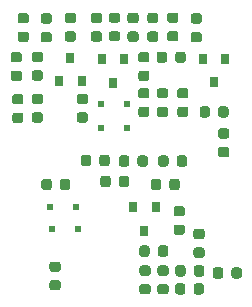
<source format=gbr>
%TF.GenerationSoftware,KiCad,Pcbnew,(5.1.7)-1*%
%TF.CreationDate,2020-11-01T08:55:33-06:00*%
%TF.ProjectId,MuffPiSMT,4d756666-5069-4534-9d54-2e6b69636164,rev?*%
%TF.SameCoordinates,Original*%
%TF.FileFunction,Paste,Top*%
%TF.FilePolarity,Positive*%
%FSLAX46Y46*%
G04 Gerber Fmt 4.6, Leading zero omitted, Abs format (unit mm)*
G04 Created by KiCad (PCBNEW (5.1.7)-1) date 2020-11-01 08:55:33*
%MOMM*%
%LPD*%
G01*
G04 APERTURE LIST*
%ADD10R,0.500000X0.500000*%
%ADD11R,0.800000X0.900000*%
G04 APERTURE END LIST*
%TO.C,C1*%
G36*
G01*
X131468150Y-102864200D02*
X131980650Y-102864200D01*
G75*
G02*
X132199400Y-103082950I0J-218750D01*
G01*
X132199400Y-103520450D01*
G75*
G02*
X131980650Y-103739200I-218750J0D01*
G01*
X131468150Y-103739200D01*
G75*
G02*
X131249400Y-103520450I0J218750D01*
G01*
X131249400Y-103082950D01*
G75*
G02*
X131468150Y-102864200I218750J0D01*
G01*
G37*
G36*
G01*
X131468150Y-104439200D02*
X131980650Y-104439200D01*
G75*
G02*
X132199400Y-104657950I0J-218750D01*
G01*
X132199400Y-105095450D01*
G75*
G02*
X131980650Y-105314200I-218750J0D01*
G01*
X131468150Y-105314200D01*
G75*
G02*
X131249400Y-105095450I0J218750D01*
G01*
X131249400Y-104657950D01*
G75*
G02*
X131468150Y-104439200I218750J0D01*
G01*
G37*
%TD*%
%TO.C,C2*%
G36*
G01*
X133609600Y-104594950D02*
X133609600Y-105107450D01*
G75*
G02*
X133390850Y-105326200I-218750J0D01*
G01*
X132953350Y-105326200D01*
G75*
G02*
X132734600Y-105107450I0J218750D01*
G01*
X132734600Y-104594950D01*
G75*
G02*
X132953350Y-104376200I218750J0D01*
G01*
X133390850Y-104376200D01*
G75*
G02*
X133609600Y-104594950I0J-218750D01*
G01*
G37*
G36*
G01*
X135184600Y-104594950D02*
X135184600Y-105107450D01*
G75*
G02*
X134965850Y-105326200I-218750J0D01*
G01*
X134528350Y-105326200D01*
G75*
G02*
X134309600Y-105107450I0J218750D01*
G01*
X134309600Y-104594950D01*
G75*
G02*
X134528350Y-104376200I218750J0D01*
G01*
X134965850Y-104376200D01*
G75*
G02*
X135184600Y-104594950I0J-218750D01*
G01*
G37*
%TD*%
%TO.C,C3*%
G36*
G01*
X123619550Y-83052300D02*
X124132050Y-83052300D01*
G75*
G02*
X124350800Y-83271050I0J-218750D01*
G01*
X124350800Y-83708550D01*
G75*
G02*
X124132050Y-83927300I-218750J0D01*
G01*
X123619550Y-83927300D01*
G75*
G02*
X123400800Y-83708550I0J218750D01*
G01*
X123400800Y-83271050D01*
G75*
G02*
X123619550Y-83052300I218750J0D01*
G01*
G37*
G36*
G01*
X123619550Y-81477300D02*
X124132050Y-81477300D01*
G75*
G02*
X124350800Y-81696050I0J-218750D01*
G01*
X124350800Y-82133550D01*
G75*
G02*
X124132050Y-82352300I-218750J0D01*
G01*
X123619550Y-82352300D01*
G75*
G02*
X123400800Y-82133550I0J218750D01*
G01*
X123400800Y-81696050D01*
G75*
G02*
X123619550Y-81477300I218750J0D01*
G01*
G37*
%TD*%
%TO.C,C4*%
G36*
G01*
X122100050Y-83978300D02*
X121587550Y-83978300D01*
G75*
G02*
X121368800Y-83759550I0J218750D01*
G01*
X121368800Y-83322050D01*
G75*
G02*
X121587550Y-83103300I218750J0D01*
G01*
X122100050Y-83103300D01*
G75*
G02*
X122318800Y-83322050I0J-218750D01*
G01*
X122318800Y-83759550D01*
G75*
G02*
X122100050Y-83978300I-218750J0D01*
G01*
G37*
G36*
G01*
X122100050Y-82403300D02*
X121587550Y-82403300D01*
G75*
G02*
X121368800Y-82184550I0J218750D01*
G01*
X121368800Y-81747050D01*
G75*
G02*
X121587550Y-81528300I218750J0D01*
G01*
X122100050Y-81528300D01*
G75*
G02*
X122318800Y-81747050I0J-218750D01*
G01*
X122318800Y-82184550D01*
G75*
G02*
X122100050Y-82403300I-218750J0D01*
G01*
G37*
%TD*%
%TO.C,C5*%
G36*
G01*
X130355050Y-90302700D02*
X129842550Y-90302700D01*
G75*
G02*
X129623800Y-90083950I0J218750D01*
G01*
X129623800Y-89646450D01*
G75*
G02*
X129842550Y-89427700I218750J0D01*
G01*
X130355050Y-89427700D01*
G75*
G02*
X130573800Y-89646450I0J-218750D01*
G01*
X130573800Y-90083950D01*
G75*
G02*
X130355050Y-90302700I-218750J0D01*
G01*
G37*
G36*
G01*
X130355050Y-88727700D02*
X129842550Y-88727700D01*
G75*
G02*
X129623800Y-88508950I0J218750D01*
G01*
X129623800Y-88071450D01*
G75*
G02*
X129842550Y-87852700I218750J0D01*
G01*
X130355050Y-87852700D01*
G75*
G02*
X130573800Y-88071450I0J-218750D01*
G01*
X130573800Y-88508950D01*
G75*
G02*
X130355050Y-88727700I-218750J0D01*
G01*
G37*
%TD*%
%TO.C,C6*%
G36*
G01*
X119687050Y-89235800D02*
X119174550Y-89235800D01*
G75*
G02*
X118955800Y-89017050I0J218750D01*
G01*
X118955800Y-88579550D01*
G75*
G02*
X119174550Y-88360800I218750J0D01*
G01*
X119687050Y-88360800D01*
G75*
G02*
X119905800Y-88579550I0J-218750D01*
G01*
X119905800Y-89017050D01*
G75*
G02*
X119687050Y-89235800I-218750J0D01*
G01*
G37*
G36*
G01*
X119687050Y-90810800D02*
X119174550Y-90810800D01*
G75*
G02*
X118955800Y-90592050I0J218750D01*
G01*
X118955800Y-90154550D01*
G75*
G02*
X119174550Y-89935800I218750J0D01*
G01*
X119687050Y-89935800D01*
G75*
G02*
X119905800Y-90154550I0J-218750D01*
G01*
X119905800Y-90592050D01*
G75*
G02*
X119687050Y-90810800I-218750J0D01*
G01*
G37*
%TD*%
%TO.C,C7*%
G36*
G01*
X131312200Y-94287050D02*
X131312200Y-93774550D01*
G75*
G02*
X131530950Y-93555800I218750J0D01*
G01*
X131968450Y-93555800D01*
G75*
G02*
X132187200Y-93774550I0J-218750D01*
G01*
X132187200Y-94287050D01*
G75*
G02*
X131968450Y-94505800I-218750J0D01*
G01*
X131530950Y-94505800D01*
G75*
G02*
X131312200Y-94287050I0J218750D01*
G01*
G37*
G36*
G01*
X132887200Y-94287050D02*
X132887200Y-93774550D01*
G75*
G02*
X133105950Y-93555800I218750J0D01*
G01*
X133543450Y-93555800D01*
G75*
G02*
X133762200Y-93774550I0J-218750D01*
G01*
X133762200Y-94287050D01*
G75*
G02*
X133543450Y-94505800I-218750J0D01*
G01*
X133105950Y-94505800D01*
G75*
G02*
X132887200Y-94287050I0J218750D01*
G01*
G37*
%TD*%
%TO.C,C8*%
G36*
G01*
X126410100Y-96014250D02*
X126410100Y-95501750D01*
G75*
G02*
X126628850Y-95283000I218750J0D01*
G01*
X127066350Y-95283000D01*
G75*
G02*
X127285100Y-95501750I0J-218750D01*
G01*
X127285100Y-96014250D01*
G75*
G02*
X127066350Y-96233000I-218750J0D01*
G01*
X126628850Y-96233000D01*
G75*
G02*
X126410100Y-96014250I0J218750D01*
G01*
G37*
G36*
G01*
X127985100Y-96014250D02*
X127985100Y-95501750D01*
G75*
G02*
X128203850Y-95283000I218750J0D01*
G01*
X128641350Y-95283000D01*
G75*
G02*
X128860100Y-95501750I0J-218750D01*
G01*
X128860100Y-96014250D01*
G75*
G02*
X128641350Y-96233000I-218750J0D01*
G01*
X128203850Y-96233000D01*
G75*
G02*
X127985100Y-96014250I0J218750D01*
G01*
G37*
%TD*%
%TO.C,C9*%
G36*
G01*
X131286900Y-101907050D02*
X131286900Y-101394550D01*
G75*
G02*
X131505650Y-101175800I218750J0D01*
G01*
X131943150Y-101175800D01*
G75*
G02*
X132161900Y-101394550I0J-218750D01*
G01*
X132161900Y-101907050D01*
G75*
G02*
X131943150Y-102125800I-218750J0D01*
G01*
X131505650Y-102125800D01*
G75*
G02*
X131286900Y-101907050I0J218750D01*
G01*
G37*
G36*
G01*
X129711900Y-101907050D02*
X129711900Y-101394550D01*
G75*
G02*
X129930650Y-101175800I218750J0D01*
G01*
X130368150Y-101175800D01*
G75*
G02*
X130586900Y-101394550I0J-218750D01*
G01*
X130586900Y-101907050D01*
G75*
G02*
X130368150Y-102125800I-218750J0D01*
G01*
X129930650Y-102125800D01*
G75*
G02*
X129711900Y-101907050I0J218750D01*
G01*
G37*
%TD*%
%TO.C,C10*%
G36*
G01*
X130604550Y-83052400D02*
X131117050Y-83052400D01*
G75*
G02*
X131335800Y-83271150I0J-218750D01*
G01*
X131335800Y-83708650D01*
G75*
G02*
X131117050Y-83927400I-218750J0D01*
G01*
X130604550Y-83927400D01*
G75*
G02*
X130385800Y-83708650I0J218750D01*
G01*
X130385800Y-83271150D01*
G75*
G02*
X130604550Y-83052400I218750J0D01*
G01*
G37*
G36*
G01*
X130604550Y-81477400D02*
X131117050Y-81477400D01*
G75*
G02*
X131335800Y-81696150I0J-218750D01*
G01*
X131335800Y-82133650D01*
G75*
G02*
X131117050Y-82352400I-218750J0D01*
G01*
X130604550Y-82352400D01*
G75*
G02*
X130385800Y-82133650I0J218750D01*
G01*
X130385800Y-81696150D01*
G75*
G02*
X130604550Y-81477400I218750J0D01*
G01*
G37*
%TD*%
%TO.C,C11*%
G36*
G01*
X126341850Y-82352400D02*
X125829350Y-82352400D01*
G75*
G02*
X125610600Y-82133650I0J218750D01*
G01*
X125610600Y-81696150D01*
G75*
G02*
X125829350Y-81477400I218750J0D01*
G01*
X126341850Y-81477400D01*
G75*
G02*
X126560600Y-81696150I0J-218750D01*
G01*
X126560600Y-82133650D01*
G75*
G02*
X126341850Y-82352400I-218750J0D01*
G01*
G37*
G36*
G01*
X126341850Y-83927400D02*
X125829350Y-83927400D01*
G75*
G02*
X125610600Y-83708650I0J218750D01*
G01*
X125610600Y-83271150D01*
G75*
G02*
X125829350Y-83052400I218750J0D01*
G01*
X126341850Y-83052400D01*
G75*
G02*
X126560600Y-83271150I0J-218750D01*
G01*
X126560600Y-83708650D01*
G75*
G02*
X126341850Y-83927400I-218750J0D01*
G01*
G37*
%TD*%
%TO.C,C12*%
G36*
G01*
X128928150Y-81477400D02*
X129440650Y-81477400D01*
G75*
G02*
X129659400Y-81696150I0J-218750D01*
G01*
X129659400Y-82133650D01*
G75*
G02*
X129440650Y-82352400I-218750J0D01*
G01*
X128928150Y-82352400D01*
G75*
G02*
X128709400Y-82133650I0J218750D01*
G01*
X128709400Y-81696150D01*
G75*
G02*
X128928150Y-81477400I218750J0D01*
G01*
G37*
G36*
G01*
X128928150Y-83052400D02*
X129440650Y-83052400D01*
G75*
G02*
X129659400Y-83271150I0J-218750D01*
G01*
X129659400Y-83708650D01*
G75*
G02*
X129440650Y-83927400I-218750J0D01*
G01*
X128928150Y-83927400D01*
G75*
G02*
X128709400Y-83708650I0J218750D01*
G01*
X128709400Y-83271150D01*
G75*
G02*
X128928150Y-83052400I218750J0D01*
G01*
G37*
%TD*%
%TO.C,C13*%
G36*
G01*
X134800050Y-83978300D02*
X134287550Y-83978300D01*
G75*
G02*
X134068800Y-83759550I0J218750D01*
G01*
X134068800Y-83322050D01*
G75*
G02*
X134287550Y-83103300I218750J0D01*
G01*
X134800050Y-83103300D01*
G75*
G02*
X135018800Y-83322050I0J-218750D01*
G01*
X135018800Y-83759550D01*
G75*
G02*
X134800050Y-83978300I-218750J0D01*
G01*
G37*
G36*
G01*
X134800050Y-82403300D02*
X134287550Y-82403300D01*
G75*
G02*
X134068800Y-82184550I0J218750D01*
G01*
X134068800Y-81747050D01*
G75*
G02*
X134287550Y-81528300I218750J0D01*
G01*
X134800050Y-81528300D01*
G75*
G02*
X135018800Y-81747050I0J-218750D01*
G01*
X135018800Y-82184550D01*
G75*
G02*
X134800050Y-82403300I-218750J0D01*
G01*
G37*
%TD*%
D10*
%TO.C,D1*%
X128658800Y-89204800D03*
X126458800Y-89204800D03*
%TD*%
%TO.C,D2*%
X128658800Y-91236800D03*
X126458800Y-91236800D03*
%TD*%
%TO.C,D3*%
X124366200Y-97917000D03*
X122166200Y-97917000D03*
%TD*%
%TO.C,D4*%
X124493200Y-99822000D03*
X122293200Y-99822000D03*
%TD*%
D11*
%TO.C,Q1*%
X122925800Y-87283800D03*
X124825800Y-87283800D03*
X123875800Y-85283800D03*
%TD*%
%TO.C,Q2*%
X127497800Y-87394800D03*
X126547800Y-85394800D03*
X128447800Y-85394800D03*
%TD*%
%TO.C,Q3*%
X130149600Y-99907600D03*
X129199600Y-97907600D03*
X131099600Y-97907600D03*
%TD*%
%TO.C,Q4*%
X136967000Y-85376000D03*
X135067000Y-85376000D03*
X136017000Y-87376000D03*
%TD*%
%TO.C,R1*%
G36*
G01*
X129944150Y-104439200D02*
X130456650Y-104439200D01*
G75*
G02*
X130675400Y-104657950I0J-218750D01*
G01*
X130675400Y-105095450D01*
G75*
G02*
X130456650Y-105314200I-218750J0D01*
G01*
X129944150Y-105314200D01*
G75*
G02*
X129725400Y-105095450I0J218750D01*
G01*
X129725400Y-104657950D01*
G75*
G02*
X129944150Y-104439200I218750J0D01*
G01*
G37*
G36*
G01*
X129944150Y-102864200D02*
X130456650Y-102864200D01*
G75*
G02*
X130675400Y-103082950I0J-218750D01*
G01*
X130675400Y-103520450D01*
G75*
G02*
X130456650Y-103739200I-218750J0D01*
G01*
X129944150Y-103739200D01*
G75*
G02*
X129725400Y-103520450I0J218750D01*
G01*
X129725400Y-103082950D01*
G75*
G02*
X129944150Y-102864200I218750J0D01*
G01*
G37*
%TD*%
%TO.C,R2*%
G36*
G01*
X125148050Y-89210300D02*
X124635550Y-89210300D01*
G75*
G02*
X124416800Y-88991550I0J218750D01*
G01*
X124416800Y-88554050D01*
G75*
G02*
X124635550Y-88335300I218750J0D01*
G01*
X125148050Y-88335300D01*
G75*
G02*
X125366800Y-88554050I0J-218750D01*
G01*
X125366800Y-88991550D01*
G75*
G02*
X125148050Y-89210300I-218750J0D01*
G01*
G37*
G36*
G01*
X125148050Y-90785300D02*
X124635550Y-90785300D01*
G75*
G02*
X124416800Y-90566550I0J218750D01*
G01*
X124416800Y-90129050D01*
G75*
G02*
X124635550Y-89910300I218750J0D01*
G01*
X125148050Y-89910300D01*
G75*
G02*
X125366800Y-90129050I0J-218750D01*
G01*
X125366800Y-90566550D01*
G75*
G02*
X125148050Y-90785300I-218750J0D01*
G01*
G37*
%TD*%
%TO.C,R3*%
G36*
G01*
X134334900Y-103583450D02*
X134334900Y-103070950D01*
G75*
G02*
X134553650Y-102852200I218750J0D01*
G01*
X134991150Y-102852200D01*
G75*
G02*
X135209900Y-103070950I0J-218750D01*
G01*
X135209900Y-103583450D01*
G75*
G02*
X134991150Y-103802200I-218750J0D01*
G01*
X134553650Y-103802200D01*
G75*
G02*
X134334900Y-103583450I0J218750D01*
G01*
G37*
G36*
G01*
X132759900Y-103583450D02*
X132759900Y-103070950D01*
G75*
G02*
X132978650Y-102852200I218750J0D01*
G01*
X133416150Y-102852200D01*
G75*
G02*
X133634900Y-103070950I0J-218750D01*
G01*
X133634900Y-103583450D01*
G75*
G02*
X133416150Y-103802200I-218750J0D01*
G01*
X132978650Y-103802200D01*
G75*
G02*
X132759900Y-103583450I0J218750D01*
G01*
G37*
%TD*%
%TO.C,R4*%
G36*
G01*
X135028650Y-100640400D02*
X134516150Y-100640400D01*
G75*
G02*
X134297400Y-100421650I0J218750D01*
G01*
X134297400Y-99984150D01*
G75*
G02*
X134516150Y-99765400I218750J0D01*
G01*
X135028650Y-99765400D01*
G75*
G02*
X135247400Y-99984150I0J-218750D01*
G01*
X135247400Y-100421650D01*
G75*
G02*
X135028650Y-100640400I-218750J0D01*
G01*
G37*
G36*
G01*
X135028650Y-102215400D02*
X134516150Y-102215400D01*
G75*
G02*
X134297400Y-101996650I0J218750D01*
G01*
X134297400Y-101559150D01*
G75*
G02*
X134516150Y-101340400I218750J0D01*
G01*
X135028650Y-101340400D01*
G75*
G02*
X135247400Y-101559150I0J-218750D01*
G01*
X135247400Y-101996650D01*
G75*
G02*
X135028650Y-102215400I-218750J0D01*
G01*
G37*
%TD*%
%TO.C,R5*%
G36*
G01*
X119047550Y-84804800D02*
X119560050Y-84804800D01*
G75*
G02*
X119778800Y-85023550I0J-218750D01*
G01*
X119778800Y-85461050D01*
G75*
G02*
X119560050Y-85679800I-218750J0D01*
G01*
X119047550Y-85679800D01*
G75*
G02*
X118828800Y-85461050I0J218750D01*
G01*
X118828800Y-85023550D01*
G75*
G02*
X119047550Y-84804800I218750J0D01*
G01*
G37*
G36*
G01*
X119047550Y-86379800D02*
X119560050Y-86379800D01*
G75*
G02*
X119778800Y-86598550I0J-218750D01*
G01*
X119778800Y-87036050D01*
G75*
G02*
X119560050Y-87254800I-218750J0D01*
G01*
X119047550Y-87254800D01*
G75*
G02*
X118828800Y-87036050I0J218750D01*
G01*
X118828800Y-86598550D01*
G75*
G02*
X119047550Y-86379800I218750J0D01*
G01*
G37*
%TD*%
%TO.C,R6*%
G36*
G01*
X120144250Y-83952800D02*
X119631750Y-83952800D01*
G75*
G02*
X119413000Y-83734050I0J218750D01*
G01*
X119413000Y-83296550D01*
G75*
G02*
X119631750Y-83077800I218750J0D01*
G01*
X120144250Y-83077800D01*
G75*
G02*
X120363000Y-83296550I0J-218750D01*
G01*
X120363000Y-83734050D01*
G75*
G02*
X120144250Y-83952800I-218750J0D01*
G01*
G37*
G36*
G01*
X120144250Y-82377800D02*
X119631750Y-82377800D01*
G75*
G02*
X119413000Y-82159050I0J218750D01*
G01*
X119413000Y-81721550D01*
G75*
G02*
X119631750Y-81502800I218750J0D01*
G01*
X120144250Y-81502800D01*
G75*
G02*
X120363000Y-81721550I0J-218750D01*
G01*
X120363000Y-82159050D01*
G75*
G02*
X120144250Y-82377800I-218750J0D01*
G01*
G37*
%TD*%
%TO.C,R7*%
G36*
G01*
X120825550Y-84779300D02*
X121338050Y-84779300D01*
G75*
G02*
X121556800Y-84998050I0J-218750D01*
G01*
X121556800Y-85435550D01*
G75*
G02*
X121338050Y-85654300I-218750J0D01*
G01*
X120825550Y-85654300D01*
G75*
G02*
X120606800Y-85435550I0J218750D01*
G01*
X120606800Y-84998050D01*
G75*
G02*
X120825550Y-84779300I218750J0D01*
G01*
G37*
G36*
G01*
X120825550Y-86354300D02*
X121338050Y-86354300D01*
G75*
G02*
X121556800Y-86573050I0J-218750D01*
G01*
X121556800Y-87010550D01*
G75*
G02*
X121338050Y-87229300I-218750J0D01*
G01*
X120825550Y-87229300D01*
G75*
G02*
X120606800Y-87010550I0J218750D01*
G01*
X120606800Y-86573050D01*
G75*
G02*
X120825550Y-86354300I218750J0D01*
G01*
G37*
%TD*%
%TO.C,R8*%
G36*
G01*
X131417350Y-89427900D02*
X131929850Y-89427900D01*
G75*
G02*
X132148600Y-89646650I0J-218750D01*
G01*
X132148600Y-90084150D01*
G75*
G02*
X131929850Y-90302900I-218750J0D01*
G01*
X131417350Y-90302900D01*
G75*
G02*
X131198600Y-90084150I0J218750D01*
G01*
X131198600Y-89646650D01*
G75*
G02*
X131417350Y-89427900I218750J0D01*
G01*
G37*
G36*
G01*
X131417350Y-87852900D02*
X131929850Y-87852900D01*
G75*
G02*
X132148600Y-88071650I0J-218750D01*
G01*
X132148600Y-88509150D01*
G75*
G02*
X131929850Y-88727900I-218750J0D01*
G01*
X131417350Y-88727900D01*
G75*
G02*
X131198600Y-88509150I0J218750D01*
G01*
X131198600Y-88071650D01*
G75*
G02*
X131417350Y-87852900I218750J0D01*
G01*
G37*
%TD*%
%TO.C,R9*%
G36*
G01*
X120825550Y-89910300D02*
X121338050Y-89910300D01*
G75*
G02*
X121556800Y-90129050I0J-218750D01*
G01*
X121556800Y-90566550D01*
G75*
G02*
X121338050Y-90785300I-218750J0D01*
G01*
X120825550Y-90785300D01*
G75*
G02*
X120606800Y-90566550I0J218750D01*
G01*
X120606800Y-90129050D01*
G75*
G02*
X120825550Y-89910300I218750J0D01*
G01*
G37*
G36*
G01*
X120825550Y-88335300D02*
X121338050Y-88335300D01*
G75*
G02*
X121556800Y-88554050I0J-218750D01*
G01*
X121556800Y-88991550D01*
G75*
G02*
X121338050Y-89210300I-218750J0D01*
G01*
X120825550Y-89210300D01*
G75*
G02*
X120606800Y-88991550I0J218750D01*
G01*
X120606800Y-88554050D01*
G75*
G02*
X120825550Y-88335300I218750J0D01*
G01*
G37*
%TD*%
%TO.C,R10*%
G36*
G01*
X124759000Y-94236250D02*
X124759000Y-93723750D01*
G75*
G02*
X124977750Y-93505000I218750J0D01*
G01*
X125415250Y-93505000D01*
G75*
G02*
X125634000Y-93723750I0J-218750D01*
G01*
X125634000Y-94236250D01*
G75*
G02*
X125415250Y-94455000I-218750J0D01*
G01*
X124977750Y-94455000D01*
G75*
G02*
X124759000Y-94236250I0J218750D01*
G01*
G37*
G36*
G01*
X126334000Y-94236250D02*
X126334000Y-93723750D01*
G75*
G02*
X126552750Y-93505000I218750J0D01*
G01*
X126990250Y-93505000D01*
G75*
G02*
X127209000Y-93723750I0J-218750D01*
G01*
X127209000Y-94236250D01*
G75*
G02*
X126990250Y-94455000I-218750J0D01*
G01*
X126552750Y-94455000D01*
G75*
G02*
X126334000Y-94236250I0J218750D01*
G01*
G37*
%TD*%
%TO.C,R11*%
G36*
G01*
X133144550Y-87852900D02*
X133657050Y-87852900D01*
G75*
G02*
X133875800Y-88071650I0J-218750D01*
G01*
X133875800Y-88509150D01*
G75*
G02*
X133657050Y-88727900I-218750J0D01*
G01*
X133144550Y-88727900D01*
G75*
G02*
X132925800Y-88509150I0J218750D01*
G01*
X132925800Y-88071650D01*
G75*
G02*
X133144550Y-87852900I218750J0D01*
G01*
G37*
G36*
G01*
X133144550Y-89427900D02*
X133657050Y-89427900D01*
G75*
G02*
X133875800Y-89646650I0J-218750D01*
G01*
X133875800Y-90084150D01*
G75*
G02*
X133657050Y-90302900I-218750J0D01*
G01*
X133144550Y-90302900D01*
G75*
G02*
X132925800Y-90084150I0J218750D01*
G01*
X132925800Y-89646650D01*
G75*
G02*
X133144550Y-89427900I218750J0D01*
G01*
G37*
%TD*%
%TO.C,R12*%
G36*
G01*
X130434900Y-93774550D02*
X130434900Y-94287050D01*
G75*
G02*
X130216150Y-94505800I-218750J0D01*
G01*
X129778650Y-94505800D01*
G75*
G02*
X129559900Y-94287050I0J218750D01*
G01*
X129559900Y-93774550D01*
G75*
G02*
X129778650Y-93555800I218750J0D01*
G01*
X130216150Y-93555800D01*
G75*
G02*
X130434900Y-93774550I0J-218750D01*
G01*
G37*
G36*
G01*
X128859900Y-93774550D02*
X128859900Y-94287050D01*
G75*
G02*
X128641150Y-94505800I-218750J0D01*
G01*
X128203650Y-94505800D01*
G75*
G02*
X127984900Y-94287050I0J218750D01*
G01*
X127984900Y-93774550D01*
G75*
G02*
X128203650Y-93555800I218750J0D01*
G01*
X128641150Y-93555800D01*
G75*
G02*
X128859900Y-93774550I0J-218750D01*
G01*
G37*
%TD*%
%TO.C,R13*%
G36*
G01*
X133352250Y-98710000D02*
X132839750Y-98710000D01*
G75*
G02*
X132621000Y-98491250I0J218750D01*
G01*
X132621000Y-98053750D01*
G75*
G02*
X132839750Y-97835000I218750J0D01*
G01*
X133352250Y-97835000D01*
G75*
G02*
X133571000Y-98053750I0J-218750D01*
G01*
X133571000Y-98491250D01*
G75*
G02*
X133352250Y-98710000I-218750J0D01*
G01*
G37*
G36*
G01*
X133352250Y-100285000D02*
X132839750Y-100285000D01*
G75*
G02*
X132621000Y-100066250I0J218750D01*
G01*
X132621000Y-99628750D01*
G75*
G02*
X132839750Y-99410000I218750J0D01*
G01*
X133352250Y-99410000D01*
G75*
G02*
X133571000Y-99628750I0J-218750D01*
G01*
X133571000Y-100066250D01*
G75*
G02*
X133352250Y-100285000I-218750J0D01*
G01*
G37*
%TD*%
%TO.C,R14*%
G36*
G01*
X136810000Y-103248750D02*
X136810000Y-103761250D01*
G75*
G02*
X136591250Y-103980000I-218750J0D01*
G01*
X136153750Y-103980000D01*
G75*
G02*
X135935000Y-103761250I0J218750D01*
G01*
X135935000Y-103248750D01*
G75*
G02*
X136153750Y-103030000I218750J0D01*
G01*
X136591250Y-103030000D01*
G75*
G02*
X136810000Y-103248750I0J-218750D01*
G01*
G37*
G36*
G01*
X138385000Y-103248750D02*
X138385000Y-103761250D01*
G75*
G02*
X138166250Y-103980000I-218750J0D01*
G01*
X137728750Y-103980000D01*
G75*
G02*
X137510000Y-103761250I0J218750D01*
G01*
X137510000Y-103248750D01*
G75*
G02*
X137728750Y-103030000I218750J0D01*
G01*
X138166250Y-103030000D01*
G75*
G02*
X138385000Y-103248750I0J-218750D01*
G01*
G37*
%TD*%
%TO.C,R15*%
G36*
G01*
X132252300Y-96268250D02*
X132252300Y-95755750D01*
G75*
G02*
X132471050Y-95537000I218750J0D01*
G01*
X132908550Y-95537000D01*
G75*
G02*
X133127300Y-95755750I0J-218750D01*
G01*
X133127300Y-96268250D01*
G75*
G02*
X132908550Y-96487000I-218750J0D01*
G01*
X132471050Y-96487000D01*
G75*
G02*
X132252300Y-96268250I0J218750D01*
G01*
G37*
G36*
G01*
X130677300Y-96268250D02*
X130677300Y-95755750D01*
G75*
G02*
X130896050Y-95537000I218750J0D01*
G01*
X131333550Y-95537000D01*
G75*
G02*
X131552300Y-95755750I0J-218750D01*
G01*
X131552300Y-96268250D01*
G75*
G02*
X131333550Y-96487000I-218750J0D01*
G01*
X130896050Y-96487000D01*
G75*
G02*
X130677300Y-96268250I0J218750D01*
G01*
G37*
%TD*%
%TO.C,R16*%
G36*
G01*
X121431500Y-96268250D02*
X121431500Y-95755750D01*
G75*
G02*
X121650250Y-95537000I218750J0D01*
G01*
X122087750Y-95537000D01*
G75*
G02*
X122306500Y-95755750I0J-218750D01*
G01*
X122306500Y-96268250D01*
G75*
G02*
X122087750Y-96487000I-218750J0D01*
G01*
X121650250Y-96487000D01*
G75*
G02*
X121431500Y-96268250I0J218750D01*
G01*
G37*
G36*
G01*
X123006500Y-96268250D02*
X123006500Y-95755750D01*
G75*
G02*
X123225250Y-95537000I218750J0D01*
G01*
X123662750Y-95537000D01*
G75*
G02*
X123881500Y-95755750I0J-218750D01*
G01*
X123881500Y-96268250D01*
G75*
G02*
X123662750Y-96487000I-218750J0D01*
G01*
X123225250Y-96487000D01*
G75*
G02*
X123006500Y-96268250I0J218750D01*
G01*
G37*
%TD*%
%TO.C,R17*%
G36*
G01*
X127865850Y-82326900D02*
X127353350Y-82326900D01*
G75*
G02*
X127134600Y-82108150I0J218750D01*
G01*
X127134600Y-81670650D01*
G75*
G02*
X127353350Y-81451900I218750J0D01*
G01*
X127865850Y-81451900D01*
G75*
G02*
X128084600Y-81670650I0J-218750D01*
G01*
X128084600Y-82108150D01*
G75*
G02*
X127865850Y-82326900I-218750J0D01*
G01*
G37*
G36*
G01*
X127865850Y-83901900D02*
X127353350Y-83901900D01*
G75*
G02*
X127134600Y-83683150I0J218750D01*
G01*
X127134600Y-83245650D01*
G75*
G02*
X127353350Y-83026900I218750J0D01*
G01*
X127865850Y-83026900D01*
G75*
G02*
X128084600Y-83245650I0J-218750D01*
G01*
X128084600Y-83683150D01*
G75*
G02*
X127865850Y-83901900I-218750J0D01*
G01*
G37*
%TD*%
%TO.C,R18*%
G36*
G01*
X132793450Y-83901900D02*
X132280950Y-83901900D01*
G75*
G02*
X132062200Y-83683150I0J218750D01*
G01*
X132062200Y-83245650D01*
G75*
G02*
X132280950Y-83026900I218750J0D01*
G01*
X132793450Y-83026900D01*
G75*
G02*
X133012200Y-83245650I0J-218750D01*
G01*
X133012200Y-83683150D01*
G75*
G02*
X132793450Y-83901900I-218750J0D01*
G01*
G37*
G36*
G01*
X132793450Y-82326900D02*
X132280950Y-82326900D01*
G75*
G02*
X132062200Y-82108150I0J218750D01*
G01*
X132062200Y-81670650D01*
G75*
G02*
X132280950Y-81451900I218750J0D01*
G01*
X132793450Y-81451900D01*
G75*
G02*
X133012200Y-81670650I0J-218750D01*
G01*
X133012200Y-82108150D01*
G75*
G02*
X132793450Y-82326900I-218750J0D01*
G01*
G37*
%TD*%
%TO.C,R19*%
G36*
G01*
X130355050Y-85679800D02*
X129842550Y-85679800D01*
G75*
G02*
X129623800Y-85461050I0J218750D01*
G01*
X129623800Y-85023550D01*
G75*
G02*
X129842550Y-84804800I218750J0D01*
G01*
X130355050Y-84804800D01*
G75*
G02*
X130573800Y-85023550I0J-218750D01*
G01*
X130573800Y-85461050D01*
G75*
G02*
X130355050Y-85679800I-218750J0D01*
G01*
G37*
G36*
G01*
X130355050Y-87254800D02*
X129842550Y-87254800D01*
G75*
G02*
X129623800Y-87036050I0J218750D01*
G01*
X129623800Y-86598550D01*
G75*
G02*
X129842550Y-86379800I218750J0D01*
G01*
X130355050Y-86379800D01*
G75*
G02*
X130573800Y-86598550I0J-218750D01*
G01*
X130573800Y-87036050D01*
G75*
G02*
X130355050Y-87254800I-218750J0D01*
G01*
G37*
%TD*%
%TO.C,R20*%
G36*
G01*
X131185300Y-85498650D02*
X131185300Y-84986150D01*
G75*
G02*
X131404050Y-84767400I218750J0D01*
G01*
X131841550Y-84767400D01*
G75*
G02*
X132060300Y-84986150I0J-218750D01*
G01*
X132060300Y-85498650D01*
G75*
G02*
X131841550Y-85717400I-218750J0D01*
G01*
X131404050Y-85717400D01*
G75*
G02*
X131185300Y-85498650I0J218750D01*
G01*
G37*
G36*
G01*
X132760300Y-85498650D02*
X132760300Y-84986150D01*
G75*
G02*
X132979050Y-84767400I218750J0D01*
G01*
X133416550Y-84767400D01*
G75*
G02*
X133635300Y-84986150I0J-218750D01*
G01*
X133635300Y-85498650D01*
G75*
G02*
X133416550Y-85717400I-218750J0D01*
G01*
X132979050Y-85717400D01*
G75*
G02*
X132760300Y-85498650I0J218750D01*
G01*
G37*
%TD*%
%TO.C,R21*%
G36*
G01*
X137111450Y-93706300D02*
X136598950Y-93706300D01*
G75*
G02*
X136380200Y-93487550I0J218750D01*
G01*
X136380200Y-93050050D01*
G75*
G02*
X136598950Y-92831300I218750J0D01*
G01*
X137111450Y-92831300D01*
G75*
G02*
X137330200Y-93050050I0J-218750D01*
G01*
X137330200Y-93487550D01*
G75*
G02*
X137111450Y-93706300I-218750J0D01*
G01*
G37*
G36*
G01*
X137111450Y-92131300D02*
X136598950Y-92131300D01*
G75*
G02*
X136380200Y-91912550I0J218750D01*
G01*
X136380200Y-91475050D01*
G75*
G02*
X136598950Y-91256300I218750J0D01*
G01*
X137111450Y-91256300D01*
G75*
G02*
X137330200Y-91475050I0J-218750D01*
G01*
X137330200Y-91912550D01*
G75*
G02*
X137111450Y-92131300I-218750J0D01*
G01*
G37*
%TD*%
%TO.C,R22*%
G36*
G01*
X137267400Y-89608950D02*
X137267400Y-90121450D01*
G75*
G02*
X137048650Y-90340200I-218750J0D01*
G01*
X136611150Y-90340200D01*
G75*
G02*
X136392400Y-90121450I0J218750D01*
G01*
X136392400Y-89608950D01*
G75*
G02*
X136611150Y-89390200I218750J0D01*
G01*
X137048650Y-89390200D01*
G75*
G02*
X137267400Y-89608950I0J-218750D01*
G01*
G37*
G36*
G01*
X135692400Y-89608950D02*
X135692400Y-90121450D01*
G75*
G02*
X135473650Y-90340200I-218750J0D01*
G01*
X135036150Y-90340200D01*
G75*
G02*
X134817400Y-90121450I0J218750D01*
G01*
X134817400Y-89608950D01*
G75*
G02*
X135036150Y-89390200I218750J0D01*
G01*
X135473650Y-89390200D01*
G75*
G02*
X135692400Y-89608950I0J-218750D01*
G01*
G37*
%TD*%
%TO.C,R23*%
G36*
G01*
X122836650Y-104984100D02*
X122324150Y-104984100D01*
G75*
G02*
X122105400Y-104765350I0J218750D01*
G01*
X122105400Y-104327850D01*
G75*
G02*
X122324150Y-104109100I218750J0D01*
G01*
X122836650Y-104109100D01*
G75*
G02*
X123055400Y-104327850I0J-218750D01*
G01*
X123055400Y-104765350D01*
G75*
G02*
X122836650Y-104984100I-218750J0D01*
G01*
G37*
G36*
G01*
X122836650Y-103409100D02*
X122324150Y-103409100D01*
G75*
G02*
X122105400Y-103190350I0J218750D01*
G01*
X122105400Y-102752850D01*
G75*
G02*
X122324150Y-102534100I218750J0D01*
G01*
X122836650Y-102534100D01*
G75*
G02*
X123055400Y-102752850I0J-218750D01*
G01*
X123055400Y-103190350D01*
G75*
G02*
X122836650Y-103409100I-218750J0D01*
G01*
G37*
%TD*%
M02*

</source>
